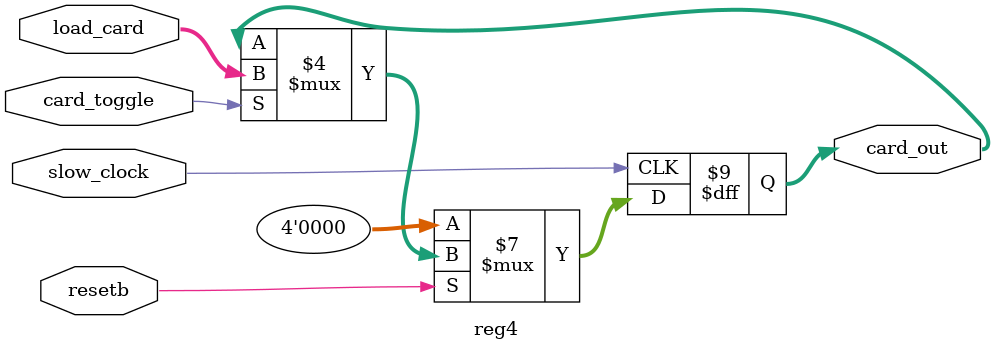
<source format=sv>
module datapath(input logic slow_clock, input logic  fast_clock, input logic resetb,
                input logic load_pcard1, input logic load_pcard2, input logic load_pcard3,
                input logic load_dcard1, input logic load_dcard2, input logic load_dcard3,
                output logic [3:0] pcard3_out,
                output logic [3:0] pscore_out, output logic [3:0] dscore_out,
                output logic [6:0] HEX5, output logic [6:0] HEX4, output logic [6:0] HEX3,
                output logic [6:0] HEX2, output logic [6:0] HEX1, output logic [6:0] HEX0);
					 
			
	wire [3:0] pcard1_out; //internal signals for the registers
	wire [3:0] pcard2_out;
	wire [3:0] dcard1_out;
	wire [3:0] dcard2_out;
	wire [3:0] dcard3_out;
	wire [3:0] new_card; //used for dealcard

	dealcard DEALCARD(.clock(fast_clock), .resetb(resetb),.new_card(new_card)); //new_card changes value at every fast clock cyle

	reg4 pcard1(.card_toggle(load_pcard1),.load_card(new_card),.resetb(resetb),.slow_clock(slow_clock),.card_out(pcard1_out)); //registers for player cards, using statemachine to control load_card
	reg4 pcard2(.card_toggle(load_pcard2),.load_card(new_card),.resetb(resetb),.slow_clock(slow_clock),.card_out(pcard2_out));
	reg4 pcard3(.card_toggle(load_pcard3),.load_card(new_card),.resetb(resetb),.slow_clock(slow_clock),.card_out(pcard3_out));
	reg4 dcard1(.card_toggle(load_dcard1),.load_card(new_card),.resetb(resetb),.slow_clock(slow_clock),.card_out(dcard1_out));
	reg4 dcard2(.card_toggle(load_dcard2),.load_card(new_card),.resetb(resetb),.slow_clock(slow_clock),.card_out(dcard2_out));
	reg4 dcard3(.card_toggle(load_dcard3),.load_card(new_card),.resetb(resetb),.slow_clock(slow_clock),.card_out(dcard3_out));

	card7seg HEX0_display(.SW(pcard1_out), .HEX0(HEX0)); //logic for the HEX display on the DE1-SoC
	card7seg HEX1_display(.SW(pcard2_out), .HEX0(HEX1));
	card7seg HEX2_display(.SW(pcard3_out), .HEX0(HEX2));
	card7seg HEX3_display(.SW(dcard1_out), .HEX0(HEX3));
	card7seg HEX4_display(.SW(dcard2_out), .HEX0(HEX4));
	card7seg HEX5_display(.SW(dcard3_out), .HEX0(HEX5));

	scorehand scorehand_player(.card1(pcard1_out), .card2(pcard2_out), .card3(pcard3_out), .total(pscore_out)); //computes score of player
	scorehand scorehand_dealer(.card1(dcard1_out), .card2(dcard2_out), .card3(dcard3_out), .total(dscore_out));




endmodule

module reg4(input wire card_toggle,input wire [3:0] load_card,input wire resetb, input wire slow_clock, output reg [3:0] card_out);

	always_ff@(negedge slow_clock)begin //Flip Flop for player cards, holding their value unless reset ot new card
	
		if(resetb==0)begin
		
		card_out<=4'b0000;
		
		end else if(card_toggle) begin
		
		card_out<=load_card;
		
		end else
		
		card_out<=card_out;
		
	end
	
endmodule





</source>
